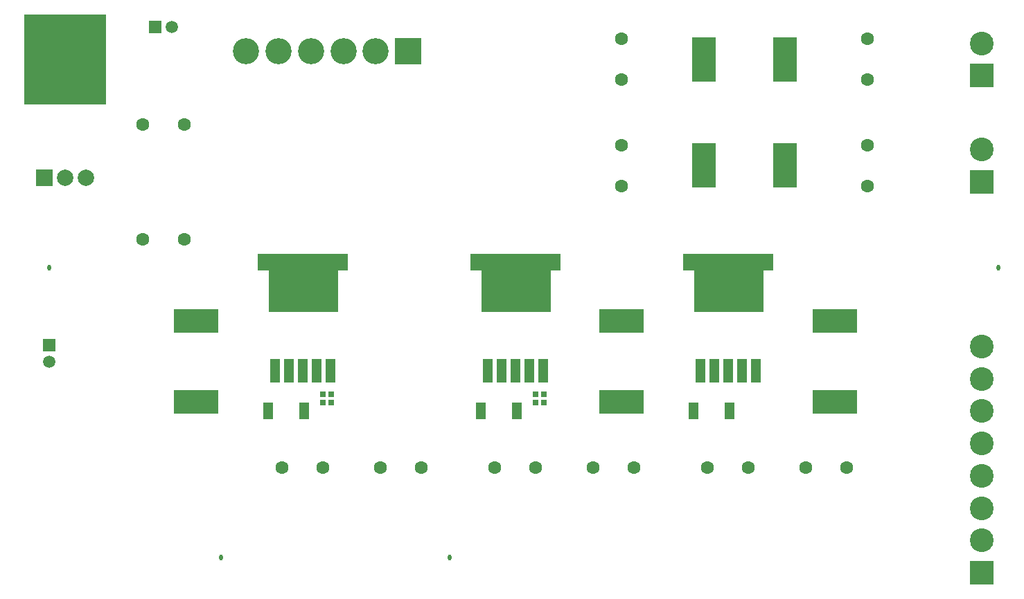
<source format=gbr>
%TF.GenerationSoftware,Altium Limited,Altium Designer,23.5.1 (21)*%
G04 Layer_Color=8388736*
%FSLAX45Y45*%
%MOMM*%
%TF.SameCoordinates,237DEE5C-C98C-4AD3-A281-37170FB057C8*%
%TF.FilePolarity,Negative*%
%TF.FileFunction,Soldermask,Top*%
%TF.Part,Single*%
G01*
G75*
%TA.AperFunction,ComponentPad*%
%ADD35R,10.00000X11.00000*%
%TA.AperFunction,SMDPad,CuDef*%
%ADD51R,8.50320X7.19320*%
%ADD52R,1.27320X3.00320*%
%ADD53R,11.00320X2.11320*%
%ADD54R,1.30000X2.00000*%
%ADD55R,3.00000X5.50000*%
%ADD56R,0.80320X0.75320*%
%ADD57R,5.50000X3.00000*%
%TA.AperFunction,ComponentPad*%
%ADD58C,1.60000*%
%ADD59R,3.20320X3.20320*%
%ADD60C,3.20320*%
%ADD61R,2.90320X2.90320*%
%ADD62C,2.90320*%
%ADD63R,1.50320X1.50320*%
%ADD64C,1.50320*%
%ADD65R,1.50320X1.50320*%
%TA.AperFunction,WasherPad*%
%ADD66O,0.45320X0.72820*%
%TA.AperFunction,ComponentPad*%
%ADD67R,2.00320X2.00320*%
%ADD68C,2.00320*%
D35*
X1700000Y7700000D02*
D03*
D51*
X9810000Y4960000D02*
D03*
X7210000D02*
D03*
X4610000D02*
D03*
D52*
X9460000Y3890000D02*
D03*
X9630000D02*
D03*
X9800000D02*
D03*
X9970000D02*
D03*
X10140000D02*
D03*
X7540000D02*
D03*
X7370000D02*
D03*
X7200000D02*
D03*
X7030000D02*
D03*
X6860000D02*
D03*
X4940000D02*
D03*
X4770000D02*
D03*
X4600000D02*
D03*
X4430000D02*
D03*
X4260000D02*
D03*
D53*
X9800000Y5220000D02*
D03*
X7200000D02*
D03*
X4600000D02*
D03*
D54*
X9820000Y3400000D02*
D03*
X9380000D02*
D03*
X6780000D02*
D03*
X7220000D02*
D03*
X4180000D02*
D03*
X4620000D02*
D03*
D55*
X9505000Y7700000D02*
D03*
X10495000D02*
D03*
X9505000Y6400000D02*
D03*
X10495000D02*
D03*
D56*
X4850000Y3500000D02*
D03*
X4950000D02*
D03*
Y3600000D02*
D03*
X4850000D02*
D03*
X7450000Y3500000D02*
D03*
X7550000D02*
D03*
Y3600000D02*
D03*
X7450000D02*
D03*
D57*
X8500000Y4495000D02*
D03*
Y3505000D02*
D03*
X11100000Y4495000D02*
D03*
Y3505000D02*
D03*
X3300000Y4495000D02*
D03*
Y3505000D02*
D03*
D58*
X8150000Y2700000D02*
D03*
X8650000D02*
D03*
X8500000Y7950000D02*
D03*
Y7450000D02*
D03*
Y6650000D02*
D03*
Y6150000D02*
D03*
X11500000D02*
D03*
Y6650000D02*
D03*
Y7450000D02*
D03*
Y7950000D02*
D03*
X3150000Y6900000D02*
D03*
X2650000D02*
D03*
X6950000Y2700000D02*
D03*
X7450000D02*
D03*
X11250000D02*
D03*
X10750000D02*
D03*
X9550000D02*
D03*
X10050000D02*
D03*
X6050000D02*
D03*
X5550000D02*
D03*
X4350000D02*
D03*
X4850000D02*
D03*
X3150000Y5500000D02*
D03*
X2650000D02*
D03*
D59*
X5890000Y7800000D02*
D03*
D60*
X5494000D02*
D03*
X5098000D02*
D03*
X4702000D02*
D03*
X4306000D02*
D03*
X3910000D02*
D03*
D61*
X12900000Y1413999D02*
D03*
Y7500000D02*
D03*
Y6202000D02*
D03*
D62*
Y1809999D02*
D03*
Y2206000D02*
D03*
Y2602000D02*
D03*
Y2998000D02*
D03*
Y3394000D02*
D03*
Y3790001D02*
D03*
Y4186001D02*
D03*
Y7896000D02*
D03*
Y6598000D02*
D03*
D63*
X1500000Y4200000D02*
D03*
D64*
Y4000000D02*
D03*
X3000000Y8100000D02*
D03*
D65*
X2800000D02*
D03*
D66*
X6400000Y1600000D02*
D03*
X13100000Y5150000D02*
D03*
X1500000D02*
D03*
X3600000Y1600000D02*
D03*
D67*
X1446000Y6250000D02*
D03*
D68*
X1700000D02*
D03*
X1954000D02*
D03*
%TF.MD5,ecbf7373c338180d524c524d06178737*%
M02*

</source>
